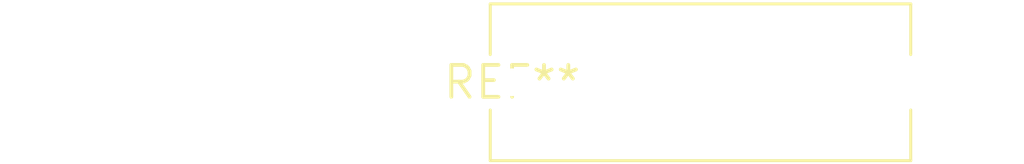
<source format=kicad_pcb>
(kicad_pcb (version 20240108) (generator pcbnew)
  (layers (0 "F.Cu" signal) (31 "B.Cu" signal) (34 "B.Paste" user) (35 "F.Paste" user) (36 "B.SilkS" user "B.Silkscreen") (37 "F.SilkS" user "F.Silkscreen") (38 "B.Mask" user) (39 "F.Mask" user) (44 "Edge.Cuts" user))
  (net 0 "")
  (footprint "C_Rect_L16.5mm_W6.0mm_P15.00mm_MKT" (layer "F.Cu") (at 0 0)
    (property "Reference" "REF**")
    (property "Value" "C_Rect_L16.5mm_W6.0mm_P15.00mm_MKT")
    (fp_line (start -0.87 -3.12) (end -0.87 -1.104) (layer "F.SilkS") (stroke (width 0.12)))
    (fp_line (start -0.87 -3.12) (end 15.87 -3.12) (layer "F.SilkS") (stroke (width 0.12)))
    (fp_line (start -0.87 1.104) (end -0.87 3.12) (layer "F.SilkS") (stroke (width 0.12)))
    (fp_line (start -0.87 3.12) (end 15.87 3.12) (layer "F.SilkS") (stroke (width 0.12)))
    (fp_line (start 15.87 -3.12) (end 15.87 -1.104) (layer "F.SilkS") (stroke (width 0.12)))
    (fp_line (start 15.87 1.104) (end 15.87 3.12) (layer "F.SilkS") (stroke (width 0.12)))
    (pad "1" thru_hole circle (at 0 0) (size 2.2 2.2) (drill 1.1) (layers *.Cu *.Mask) (remove_unused_layers))
    (pad "2" thru_hole circle (at 15 0) (size 2.2 2.2) (drill 1.1) (layers *.Cu *.Mask) (remove_unused_layers))
  )
)
</source>
